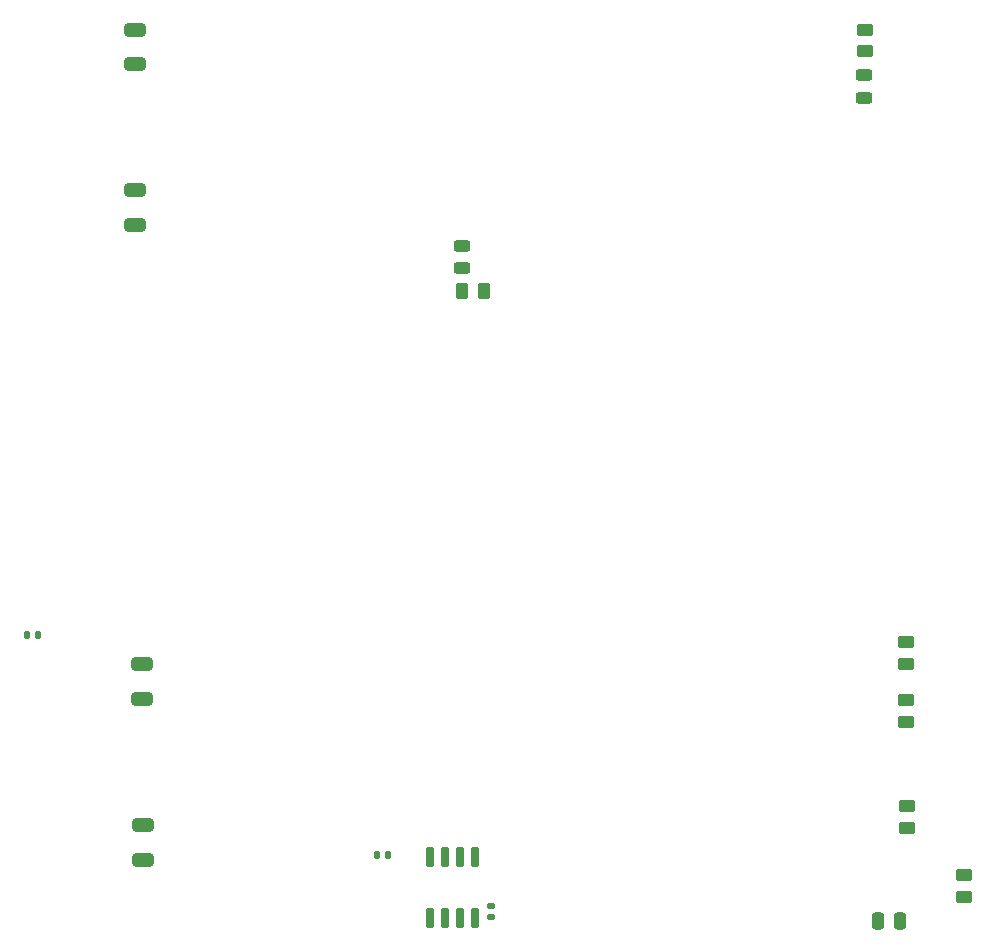
<source format=gbr>
%TF.GenerationSoftware,KiCad,Pcbnew,(7.0.0)*%
%TF.CreationDate,2023-04-24T11:20:32+02:00*%
%TF.ProjectId,Weatherstation_ESP32S3_Backplane,57656174-6865-4727-9374-6174696f6e5f,rev?*%
%TF.SameCoordinates,Original*%
%TF.FileFunction,Paste,Top*%
%TF.FilePolarity,Positive*%
%FSLAX46Y46*%
G04 Gerber Fmt 4.6, Leading zero omitted, Abs format (unit mm)*
G04 Created by KiCad (PCBNEW (7.0.0)) date 2023-04-24 11:20:32*
%MOMM*%
%LPD*%
G01*
G04 APERTURE LIST*
G04 Aperture macros list*
%AMRoundRect*
0 Rectangle with rounded corners*
0 $1 Rounding radius*
0 $2 $3 $4 $5 $6 $7 $8 $9 X,Y pos of 4 corners*
0 Add a 4 corners polygon primitive as box body*
4,1,4,$2,$3,$4,$5,$6,$7,$8,$9,$2,$3,0*
0 Add four circle primitives for the rounded corners*
1,1,$1+$1,$2,$3*
1,1,$1+$1,$4,$5*
1,1,$1+$1,$6,$7*
1,1,$1+$1,$8,$9*
0 Add four rect primitives between the rounded corners*
20,1,$1+$1,$2,$3,$4,$5,0*
20,1,$1+$1,$4,$5,$6,$7,0*
20,1,$1+$1,$6,$7,$8,$9,0*
20,1,$1+$1,$8,$9,$2,$3,0*%
G04 Aperture macros list end*
%ADD10RoundRect,0.250000X0.262500X0.450000X-0.262500X0.450000X-0.262500X-0.450000X0.262500X-0.450000X0*%
%ADD11RoundRect,0.243750X-0.456250X0.243750X-0.456250X-0.243750X0.456250X-0.243750X0.456250X0.243750X0*%
%ADD12RoundRect,0.250000X-0.450000X0.262500X-0.450000X-0.262500X0.450000X-0.262500X0.450000X0.262500X0*%
%ADD13RoundRect,0.140000X0.140000X0.170000X-0.140000X0.170000X-0.140000X-0.170000X0.140000X-0.170000X0*%
%ADD14RoundRect,0.250000X0.650000X-0.325000X0.650000X0.325000X-0.650000X0.325000X-0.650000X-0.325000X0*%
%ADD15RoundRect,0.150000X0.150000X-0.725000X0.150000X0.725000X-0.150000X0.725000X-0.150000X-0.725000X0*%
%ADD16RoundRect,0.140000X-0.170000X0.140000X-0.170000X-0.140000X0.170000X-0.140000X0.170000X0.140000X0*%
%ADD17RoundRect,0.250000X0.450000X-0.262500X0.450000X0.262500X-0.450000X0.262500X-0.450000X-0.262500X0*%
%ADD18RoundRect,0.250000X0.250000X0.475000X-0.250000X0.475000X-0.250000X-0.475000X0.250000X-0.475000X0*%
%ADD19RoundRect,0.243750X0.456250X-0.243750X0.456250X0.243750X-0.456250X0.243750X-0.456250X-0.243750X0*%
%ADD20RoundRect,0.140000X-0.140000X-0.170000X0.140000X-0.170000X0.140000X0.170000X-0.140000X0.170000X0*%
G04 APERTURE END LIST*
D10*
%TO.C,R5*%
X173592500Y-66730000D03*
X171767500Y-66730000D03*
%TD*%
D11*
%TO.C,D3*%
X171770000Y-62852500D03*
X171770000Y-64727500D03*
%TD*%
D12*
%TO.C,R6*%
X214310000Y-116135000D03*
X214310000Y-117960000D03*
%TD*%
D13*
%TO.C,C3*%
X165490000Y-114470000D03*
X164530000Y-114470000D03*
%TD*%
D14*
%TO.C,C2*%
X144060000Y-47510000D03*
X144060000Y-44560000D03*
%TD*%
D15*
%TO.C,U2*%
X169025000Y-119765000D03*
X170295000Y-119765000D03*
X171565000Y-119765000D03*
X172835000Y-119765000D03*
X172835000Y-114615000D03*
X171565000Y-114615000D03*
X170295000Y-114615000D03*
X169025000Y-114615000D03*
%TD*%
D16*
%TO.C,C6*%
X174220000Y-118760000D03*
X174220000Y-119720000D03*
%TD*%
D14*
%TO.C,C7*%
X144720000Y-114830000D03*
X144720000Y-111880000D03*
%TD*%
D17*
%TO.C,R3*%
X209370000Y-98262500D03*
X209370000Y-96437500D03*
%TD*%
D14*
%TO.C,C4*%
X144040000Y-61070000D03*
X144040000Y-58120000D03*
%TD*%
D18*
%TO.C,C8*%
X208860000Y-120010000D03*
X206960000Y-120010000D03*
%TD*%
D12*
%TO.C,R4*%
X209440000Y-110307500D03*
X209440000Y-112132500D03*
%TD*%
D19*
%TO.C,D1*%
X205840000Y-50317500D03*
X205840000Y-48442500D03*
%TD*%
D12*
%TO.C,R2*%
X209370000Y-101337500D03*
X209370000Y-103162500D03*
%TD*%
D20*
%TO.C,C1*%
X134940000Y-95830000D03*
X135900000Y-95830000D03*
%TD*%
D12*
%TO.C,R1*%
X205850000Y-44567500D03*
X205850000Y-46392500D03*
%TD*%
D14*
%TO.C,C5*%
X144670000Y-101240000D03*
X144670000Y-98290000D03*
%TD*%
M02*

</source>
